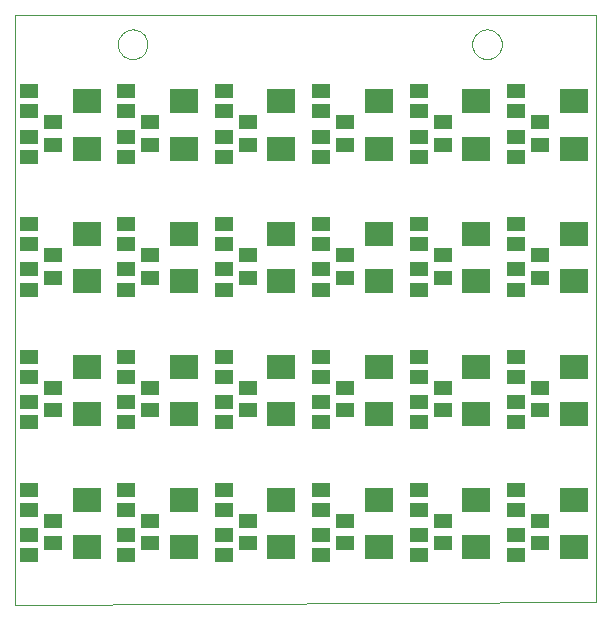
<source format=gtp>
G75*
G70*
%OFA0B0*%
%FSLAX24Y24*%
%IPPOS*%
%LPD*%
%AMOC8*
5,1,8,0,0,1.08239X$1,22.5*
%
%ADD10C,0.0000*%
%ADD11R,0.0945X0.0787*%
%ADD12R,0.0591X0.0512*%
%ADD13R,0.0630X0.0512*%
D10*
X000141Y000141D02*
X000141Y019826D01*
X019531Y019826D01*
X019531Y000240D01*
X000141Y000141D01*
X003586Y018842D02*
X003588Y018886D01*
X003594Y018930D01*
X003604Y018973D01*
X003617Y019015D01*
X003635Y019055D01*
X003656Y019094D01*
X003680Y019131D01*
X003707Y019166D01*
X003738Y019198D01*
X003771Y019227D01*
X003807Y019253D01*
X003845Y019275D01*
X003885Y019294D01*
X003926Y019310D01*
X003969Y019322D01*
X004012Y019330D01*
X004056Y019334D01*
X004100Y019334D01*
X004144Y019330D01*
X004187Y019322D01*
X004230Y019310D01*
X004271Y019294D01*
X004311Y019275D01*
X004349Y019253D01*
X004385Y019227D01*
X004418Y019198D01*
X004449Y019166D01*
X004476Y019131D01*
X004500Y019094D01*
X004521Y019055D01*
X004539Y019015D01*
X004552Y018973D01*
X004562Y018930D01*
X004568Y018886D01*
X004570Y018842D01*
X004568Y018798D01*
X004562Y018754D01*
X004552Y018711D01*
X004539Y018669D01*
X004521Y018629D01*
X004500Y018590D01*
X004476Y018553D01*
X004449Y018518D01*
X004418Y018486D01*
X004385Y018457D01*
X004349Y018431D01*
X004311Y018409D01*
X004271Y018390D01*
X004230Y018374D01*
X004187Y018362D01*
X004144Y018354D01*
X004100Y018350D01*
X004056Y018350D01*
X004012Y018354D01*
X003969Y018362D01*
X003926Y018374D01*
X003885Y018390D01*
X003845Y018409D01*
X003807Y018431D01*
X003771Y018457D01*
X003738Y018486D01*
X003707Y018518D01*
X003680Y018553D01*
X003656Y018590D01*
X003635Y018629D01*
X003617Y018669D01*
X003604Y018711D01*
X003594Y018754D01*
X003588Y018798D01*
X003586Y018842D01*
X015397Y018842D02*
X015399Y018886D01*
X015405Y018930D01*
X015415Y018973D01*
X015428Y019015D01*
X015446Y019055D01*
X015467Y019094D01*
X015491Y019131D01*
X015518Y019166D01*
X015549Y019198D01*
X015582Y019227D01*
X015618Y019253D01*
X015656Y019275D01*
X015696Y019294D01*
X015737Y019310D01*
X015780Y019322D01*
X015823Y019330D01*
X015867Y019334D01*
X015911Y019334D01*
X015955Y019330D01*
X015998Y019322D01*
X016041Y019310D01*
X016082Y019294D01*
X016122Y019275D01*
X016160Y019253D01*
X016196Y019227D01*
X016229Y019198D01*
X016260Y019166D01*
X016287Y019131D01*
X016311Y019094D01*
X016332Y019055D01*
X016350Y019015D01*
X016363Y018973D01*
X016373Y018930D01*
X016379Y018886D01*
X016381Y018842D01*
X016379Y018798D01*
X016373Y018754D01*
X016363Y018711D01*
X016350Y018669D01*
X016332Y018629D01*
X016311Y018590D01*
X016287Y018553D01*
X016260Y018518D01*
X016229Y018486D01*
X016196Y018457D01*
X016160Y018431D01*
X016122Y018409D01*
X016082Y018390D01*
X016041Y018374D01*
X015998Y018362D01*
X015955Y018354D01*
X015911Y018350D01*
X015867Y018350D01*
X015823Y018354D01*
X015780Y018362D01*
X015737Y018374D01*
X015696Y018390D01*
X015656Y018409D01*
X015618Y018431D01*
X015582Y018457D01*
X015549Y018486D01*
X015518Y018518D01*
X015491Y018553D01*
X015467Y018590D01*
X015446Y018629D01*
X015428Y018669D01*
X015415Y018711D01*
X015405Y018754D01*
X015399Y018798D01*
X015397Y018842D01*
D11*
X015533Y016936D03*
X015533Y015361D03*
X015533Y012507D03*
X015533Y010932D03*
X015533Y008078D03*
X015533Y006503D03*
X015533Y003649D03*
X015533Y002074D03*
X012285Y002074D03*
X012285Y003649D03*
X012285Y006503D03*
X012285Y008078D03*
X012285Y010932D03*
X012285Y012507D03*
X012285Y015361D03*
X012285Y016936D03*
X009037Y016936D03*
X009037Y015361D03*
X009037Y012507D03*
X009037Y010932D03*
X009037Y008078D03*
X009037Y006503D03*
X009037Y003649D03*
X009037Y002074D03*
X005789Y002074D03*
X005789Y003649D03*
X005789Y006503D03*
X005789Y008078D03*
X005789Y010932D03*
X005789Y012507D03*
X005789Y015361D03*
X005789Y016936D03*
X002541Y016936D03*
X002541Y015361D03*
X002541Y012507D03*
X002541Y010932D03*
X002541Y008078D03*
X002541Y006503D03*
X002541Y003649D03*
X002541Y002074D03*
X018781Y002074D03*
X018781Y003649D03*
X018781Y006503D03*
X018781Y008078D03*
X018781Y010932D03*
X018781Y012507D03*
X018781Y015361D03*
X018781Y016936D03*
D12*
X016861Y016614D03*
X016861Y017283D03*
X016861Y015763D03*
X016861Y015094D03*
X016861Y012854D03*
X016861Y012185D03*
X016861Y011334D03*
X016861Y010665D03*
X016861Y008425D03*
X016861Y007756D03*
X016861Y006905D03*
X016861Y006236D03*
X016861Y003996D03*
X016861Y003326D03*
X016861Y002476D03*
X016861Y001806D03*
X013613Y001806D03*
X013613Y002476D03*
X013613Y003326D03*
X013613Y003996D03*
X013613Y006236D03*
X013613Y006905D03*
X013613Y007756D03*
X013613Y008425D03*
X013613Y010665D03*
X013613Y011334D03*
X013613Y012185D03*
X013613Y012854D03*
X013613Y015094D03*
X013613Y015763D03*
X013613Y016614D03*
X013613Y017283D03*
X010365Y017283D03*
X010365Y016614D03*
X010365Y015763D03*
X010365Y015094D03*
X010365Y012854D03*
X010365Y012185D03*
X010365Y011334D03*
X010365Y010665D03*
X010365Y008425D03*
X010365Y007756D03*
X010365Y006905D03*
X010365Y006236D03*
X010365Y003996D03*
X010365Y003326D03*
X010365Y002476D03*
X010365Y001806D03*
X007117Y001806D03*
X007117Y002476D03*
X007117Y003326D03*
X007117Y003996D03*
X007117Y006236D03*
X007117Y006905D03*
X007117Y007756D03*
X007117Y008425D03*
X007117Y010665D03*
X007117Y011334D03*
X007117Y012185D03*
X007117Y012854D03*
X007117Y015094D03*
X007117Y015763D03*
X007117Y016614D03*
X007117Y017283D03*
X003869Y017283D03*
X003869Y016614D03*
X003869Y015763D03*
X003869Y015094D03*
X003869Y012854D03*
X003869Y012185D03*
X003869Y011334D03*
X003869Y010665D03*
X003869Y008425D03*
X003869Y007756D03*
X003869Y006905D03*
X003869Y006236D03*
X003869Y003996D03*
X003869Y003326D03*
X003869Y002476D03*
X003869Y001806D03*
X000621Y001806D03*
X000621Y002476D03*
X000621Y003326D03*
X000621Y003996D03*
X000621Y006236D03*
X000621Y006905D03*
X000621Y007756D03*
X000621Y008425D03*
X000621Y010665D03*
X000621Y011334D03*
X000621Y012185D03*
X000621Y012854D03*
X000621Y015094D03*
X000621Y015763D03*
X000621Y016614D03*
X000621Y017283D03*
D13*
X001421Y016243D03*
X001421Y015494D03*
X004669Y015494D03*
X004669Y016243D03*
X007917Y016243D03*
X007917Y015494D03*
X011165Y015494D03*
X011165Y016243D03*
X014413Y016243D03*
X014413Y015494D03*
X017661Y015494D03*
X017661Y016243D03*
X017661Y011813D03*
X017661Y011065D03*
X014413Y011065D03*
X014413Y011813D03*
X011165Y011813D03*
X011165Y011065D03*
X007917Y011065D03*
X007917Y011813D03*
X004669Y011813D03*
X004669Y011065D03*
X001421Y011065D03*
X001421Y011813D03*
X001421Y007384D03*
X001421Y006636D03*
X004669Y006636D03*
X004669Y007384D03*
X007917Y007384D03*
X007917Y006636D03*
X011165Y006636D03*
X011165Y007384D03*
X014413Y007384D03*
X014413Y006636D03*
X017661Y006636D03*
X017661Y007384D03*
X017661Y002955D03*
X017661Y002207D03*
X014413Y002207D03*
X014413Y002955D03*
X011165Y002955D03*
X011165Y002207D03*
X007917Y002207D03*
X007917Y002955D03*
X004669Y002955D03*
X004669Y002207D03*
X001421Y002207D03*
X001421Y002955D03*
M02*

</source>
